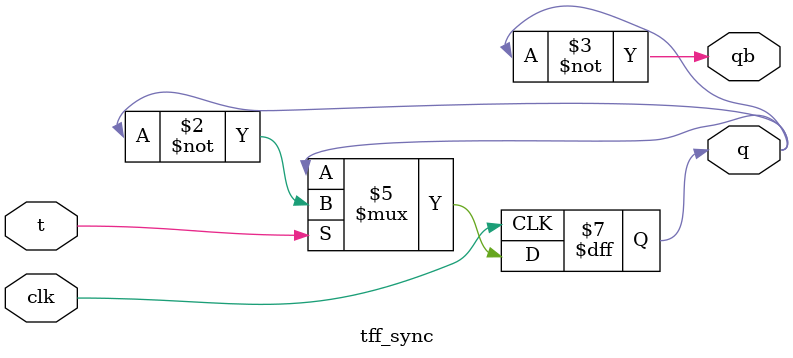
<source format=v>
module tff_sync(t,clk,q,qb);
input t,clk;
output reg q;
output qb;

always @ (posedge clk) begin
if(t)
q<=~q;
else
q<=q;
end
assign qb=~q;

endmodule
</source>
